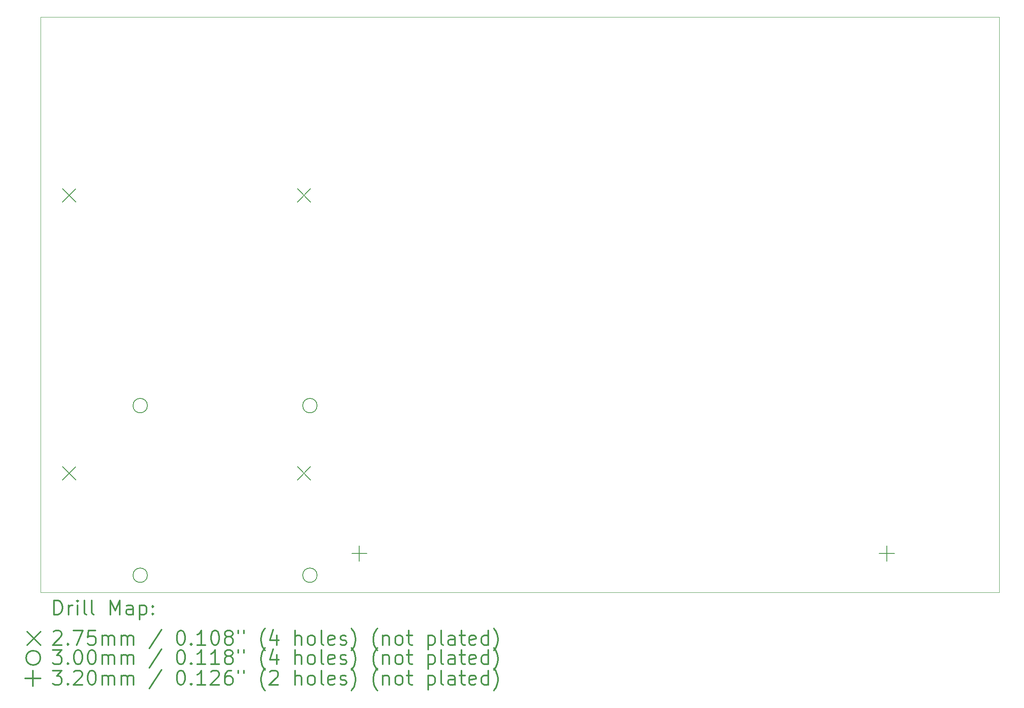
<source format=gbr>
%FSLAX45Y45*%
G04 Gerber Fmt 4.5, Leading zero omitted, Abs format (unit mm)*
G04 Created by KiCad (PCBNEW 5.1.5+dfsg1-2build2) date 2020-11-11 22:46:33*
%MOMM*%
%LPD*%
G04 APERTURE LIST*
%TA.AperFunction,Profile*%
%ADD10C,0.100000*%
%TD*%
%TA.AperFunction,Profile*%
%ADD11C,0.200000*%
%TD*%
%ADD12C,0.200000*%
%ADD13C,0.300000*%
G04 APERTURE END LIST*
D10*
X20000000Y0D02*
X20000000Y-12000000D01*
X0Y0D02*
X20000000Y0D01*
X0Y-12000000D02*
X0Y0D01*
D11*
X5765800Y-11646400D02*
G75*
G03X5765800Y-11646400I-150000J0D01*
G01*
X5765800Y-8106400D02*
G75*
G03X5765800Y-8106400I-150000J0D01*
G01*
X2225800Y-11646400D02*
G75*
G03X2225800Y-11646400I-150000J0D01*
G01*
X2225800Y-8106400D02*
G75*
G03X2225800Y-8106400I-150000J0D01*
G01*
D10*
X0Y-12000000D02*
X20000000Y-12000000D01*
D12*
X5357300Y-9382300D02*
X5632300Y-9657300D01*
X5632300Y-9382300D02*
X5357300Y-9657300D01*
X5357300Y-3582300D02*
X5632300Y-3857300D01*
X5632300Y-3582300D02*
X5357300Y-3857300D01*
X457300Y-3582300D02*
X732300Y-3857300D01*
X732300Y-3582300D02*
X457300Y-3857300D01*
X457300Y-9382300D02*
X732300Y-9657300D01*
X732300Y-9382300D02*
X457300Y-9657300D01*
X5765800Y-11646400D02*
G75*
G03X5765800Y-11646400I-150000J0D01*
G01*
X2225800Y-8106400D02*
G75*
G03X2225800Y-8106400I-150000J0D01*
G01*
X5765800Y-8106400D02*
G75*
G03X5765800Y-8106400I-150000J0D01*
G01*
X2225800Y-11646400D02*
G75*
G03X2225800Y-11646400I-150000J0D01*
G01*
X6648500Y-11031480D02*
X6648500Y-11351520D01*
X6488480Y-11191500D02*
X6808520Y-11191500D01*
X17648500Y-11031480D02*
X17648500Y-11351520D01*
X17488480Y-11191500D02*
X17808520Y-11191500D01*
D13*
X281428Y-12470714D02*
X281428Y-12170714D01*
X352857Y-12170714D01*
X395714Y-12185000D01*
X424286Y-12213571D01*
X438571Y-12242143D01*
X452857Y-12299286D01*
X452857Y-12342143D01*
X438571Y-12399286D01*
X424286Y-12427857D01*
X395714Y-12456429D01*
X352857Y-12470714D01*
X281428Y-12470714D01*
X581428Y-12470714D02*
X581428Y-12270714D01*
X581428Y-12327857D02*
X595714Y-12299286D01*
X610000Y-12285000D01*
X638571Y-12270714D01*
X667143Y-12270714D01*
X767143Y-12470714D02*
X767143Y-12270714D01*
X767143Y-12170714D02*
X752857Y-12185000D01*
X767143Y-12199286D01*
X781428Y-12185000D01*
X767143Y-12170714D01*
X767143Y-12199286D01*
X952857Y-12470714D02*
X924286Y-12456429D01*
X910000Y-12427857D01*
X910000Y-12170714D01*
X1110000Y-12470714D02*
X1081428Y-12456429D01*
X1067143Y-12427857D01*
X1067143Y-12170714D01*
X1452857Y-12470714D02*
X1452857Y-12170714D01*
X1552857Y-12385000D01*
X1652857Y-12170714D01*
X1652857Y-12470714D01*
X1924286Y-12470714D02*
X1924286Y-12313571D01*
X1910000Y-12285000D01*
X1881428Y-12270714D01*
X1824286Y-12270714D01*
X1795714Y-12285000D01*
X1924286Y-12456429D02*
X1895714Y-12470714D01*
X1824286Y-12470714D01*
X1795714Y-12456429D01*
X1781428Y-12427857D01*
X1781428Y-12399286D01*
X1795714Y-12370714D01*
X1824286Y-12356429D01*
X1895714Y-12356429D01*
X1924286Y-12342143D01*
X2067143Y-12270714D02*
X2067143Y-12570714D01*
X2067143Y-12285000D02*
X2095714Y-12270714D01*
X2152857Y-12270714D01*
X2181428Y-12285000D01*
X2195714Y-12299286D01*
X2210000Y-12327857D01*
X2210000Y-12413571D01*
X2195714Y-12442143D01*
X2181428Y-12456429D01*
X2152857Y-12470714D01*
X2095714Y-12470714D01*
X2067143Y-12456429D01*
X2338571Y-12442143D02*
X2352857Y-12456429D01*
X2338571Y-12470714D01*
X2324286Y-12456429D01*
X2338571Y-12442143D01*
X2338571Y-12470714D01*
X2338571Y-12285000D02*
X2352857Y-12299286D01*
X2338571Y-12313571D01*
X2324286Y-12299286D01*
X2338571Y-12285000D01*
X2338571Y-12313571D01*
X-280000Y-12827500D02*
X-5000Y-13102500D01*
X-5000Y-12827500D02*
X-280000Y-13102500D01*
X267143Y-12829286D02*
X281428Y-12815000D01*
X310000Y-12800714D01*
X381428Y-12800714D01*
X410000Y-12815000D01*
X424286Y-12829286D01*
X438571Y-12857857D01*
X438571Y-12886429D01*
X424286Y-12929286D01*
X252857Y-13100714D01*
X438571Y-13100714D01*
X567143Y-13072143D02*
X581428Y-13086429D01*
X567143Y-13100714D01*
X552857Y-13086429D01*
X567143Y-13072143D01*
X567143Y-13100714D01*
X681428Y-12800714D02*
X881428Y-12800714D01*
X752857Y-13100714D01*
X1138571Y-12800714D02*
X995714Y-12800714D01*
X981428Y-12943571D01*
X995714Y-12929286D01*
X1024286Y-12915000D01*
X1095714Y-12915000D01*
X1124286Y-12929286D01*
X1138571Y-12943571D01*
X1152857Y-12972143D01*
X1152857Y-13043571D01*
X1138571Y-13072143D01*
X1124286Y-13086429D01*
X1095714Y-13100714D01*
X1024286Y-13100714D01*
X995714Y-13086429D01*
X981428Y-13072143D01*
X1281428Y-13100714D02*
X1281428Y-12900714D01*
X1281428Y-12929286D02*
X1295714Y-12915000D01*
X1324286Y-12900714D01*
X1367143Y-12900714D01*
X1395714Y-12915000D01*
X1410000Y-12943571D01*
X1410000Y-13100714D01*
X1410000Y-12943571D02*
X1424286Y-12915000D01*
X1452857Y-12900714D01*
X1495714Y-12900714D01*
X1524286Y-12915000D01*
X1538571Y-12943571D01*
X1538571Y-13100714D01*
X1681428Y-13100714D02*
X1681428Y-12900714D01*
X1681428Y-12929286D02*
X1695714Y-12915000D01*
X1724286Y-12900714D01*
X1767143Y-12900714D01*
X1795714Y-12915000D01*
X1810000Y-12943571D01*
X1810000Y-13100714D01*
X1810000Y-12943571D02*
X1824286Y-12915000D01*
X1852857Y-12900714D01*
X1895714Y-12900714D01*
X1924286Y-12915000D01*
X1938571Y-12943571D01*
X1938571Y-13100714D01*
X2524286Y-12786429D02*
X2267143Y-13172143D01*
X2910000Y-12800714D02*
X2938571Y-12800714D01*
X2967143Y-12815000D01*
X2981428Y-12829286D01*
X2995714Y-12857857D01*
X3010000Y-12915000D01*
X3010000Y-12986429D01*
X2995714Y-13043571D01*
X2981428Y-13072143D01*
X2967143Y-13086429D01*
X2938571Y-13100714D01*
X2910000Y-13100714D01*
X2881428Y-13086429D01*
X2867143Y-13072143D01*
X2852857Y-13043571D01*
X2838571Y-12986429D01*
X2838571Y-12915000D01*
X2852857Y-12857857D01*
X2867143Y-12829286D01*
X2881428Y-12815000D01*
X2910000Y-12800714D01*
X3138571Y-13072143D02*
X3152857Y-13086429D01*
X3138571Y-13100714D01*
X3124286Y-13086429D01*
X3138571Y-13072143D01*
X3138571Y-13100714D01*
X3438571Y-13100714D02*
X3267143Y-13100714D01*
X3352857Y-13100714D02*
X3352857Y-12800714D01*
X3324286Y-12843571D01*
X3295714Y-12872143D01*
X3267143Y-12886429D01*
X3624286Y-12800714D02*
X3652857Y-12800714D01*
X3681428Y-12815000D01*
X3695714Y-12829286D01*
X3710000Y-12857857D01*
X3724286Y-12915000D01*
X3724286Y-12986429D01*
X3710000Y-13043571D01*
X3695714Y-13072143D01*
X3681428Y-13086429D01*
X3652857Y-13100714D01*
X3624286Y-13100714D01*
X3595714Y-13086429D01*
X3581428Y-13072143D01*
X3567143Y-13043571D01*
X3552857Y-12986429D01*
X3552857Y-12915000D01*
X3567143Y-12857857D01*
X3581428Y-12829286D01*
X3595714Y-12815000D01*
X3624286Y-12800714D01*
X3895714Y-12929286D02*
X3867143Y-12915000D01*
X3852857Y-12900714D01*
X3838571Y-12872143D01*
X3838571Y-12857857D01*
X3852857Y-12829286D01*
X3867143Y-12815000D01*
X3895714Y-12800714D01*
X3952857Y-12800714D01*
X3981428Y-12815000D01*
X3995714Y-12829286D01*
X4010000Y-12857857D01*
X4010000Y-12872143D01*
X3995714Y-12900714D01*
X3981428Y-12915000D01*
X3952857Y-12929286D01*
X3895714Y-12929286D01*
X3867143Y-12943571D01*
X3852857Y-12957857D01*
X3838571Y-12986429D01*
X3838571Y-13043571D01*
X3852857Y-13072143D01*
X3867143Y-13086429D01*
X3895714Y-13100714D01*
X3952857Y-13100714D01*
X3981428Y-13086429D01*
X3995714Y-13072143D01*
X4010000Y-13043571D01*
X4010000Y-12986429D01*
X3995714Y-12957857D01*
X3981428Y-12943571D01*
X3952857Y-12929286D01*
X4124286Y-12800714D02*
X4124286Y-12857857D01*
X4238571Y-12800714D02*
X4238571Y-12857857D01*
X4681428Y-13215000D02*
X4667143Y-13200714D01*
X4638571Y-13157857D01*
X4624286Y-13129286D01*
X4610000Y-13086429D01*
X4595714Y-13015000D01*
X4595714Y-12957857D01*
X4610000Y-12886429D01*
X4624286Y-12843571D01*
X4638571Y-12815000D01*
X4667143Y-12772143D01*
X4681428Y-12757857D01*
X4924286Y-12900714D02*
X4924286Y-13100714D01*
X4852857Y-12786429D02*
X4781428Y-13000714D01*
X4967143Y-13000714D01*
X5310000Y-13100714D02*
X5310000Y-12800714D01*
X5438571Y-13100714D02*
X5438571Y-12943571D01*
X5424286Y-12915000D01*
X5395714Y-12900714D01*
X5352857Y-12900714D01*
X5324286Y-12915000D01*
X5310000Y-12929286D01*
X5624286Y-13100714D02*
X5595714Y-13086429D01*
X5581428Y-13072143D01*
X5567143Y-13043571D01*
X5567143Y-12957857D01*
X5581428Y-12929286D01*
X5595714Y-12915000D01*
X5624286Y-12900714D01*
X5667143Y-12900714D01*
X5695714Y-12915000D01*
X5710000Y-12929286D01*
X5724286Y-12957857D01*
X5724286Y-13043571D01*
X5710000Y-13072143D01*
X5695714Y-13086429D01*
X5667143Y-13100714D01*
X5624286Y-13100714D01*
X5895714Y-13100714D02*
X5867143Y-13086429D01*
X5852857Y-13057857D01*
X5852857Y-12800714D01*
X6124286Y-13086429D02*
X6095714Y-13100714D01*
X6038571Y-13100714D01*
X6010000Y-13086429D01*
X5995714Y-13057857D01*
X5995714Y-12943571D01*
X6010000Y-12915000D01*
X6038571Y-12900714D01*
X6095714Y-12900714D01*
X6124286Y-12915000D01*
X6138571Y-12943571D01*
X6138571Y-12972143D01*
X5995714Y-13000714D01*
X6252857Y-13086429D02*
X6281428Y-13100714D01*
X6338571Y-13100714D01*
X6367143Y-13086429D01*
X6381428Y-13057857D01*
X6381428Y-13043571D01*
X6367143Y-13015000D01*
X6338571Y-13000714D01*
X6295714Y-13000714D01*
X6267143Y-12986429D01*
X6252857Y-12957857D01*
X6252857Y-12943571D01*
X6267143Y-12915000D01*
X6295714Y-12900714D01*
X6338571Y-12900714D01*
X6367143Y-12915000D01*
X6481428Y-13215000D02*
X6495714Y-13200714D01*
X6524286Y-13157857D01*
X6538571Y-13129286D01*
X6552857Y-13086429D01*
X6567143Y-13015000D01*
X6567143Y-12957857D01*
X6552857Y-12886429D01*
X6538571Y-12843571D01*
X6524286Y-12815000D01*
X6495714Y-12772143D01*
X6481428Y-12757857D01*
X7024286Y-13215000D02*
X7010000Y-13200714D01*
X6981428Y-13157857D01*
X6967143Y-13129286D01*
X6952857Y-13086429D01*
X6938571Y-13015000D01*
X6938571Y-12957857D01*
X6952857Y-12886429D01*
X6967143Y-12843571D01*
X6981428Y-12815000D01*
X7010000Y-12772143D01*
X7024286Y-12757857D01*
X7138571Y-12900714D02*
X7138571Y-13100714D01*
X7138571Y-12929286D02*
X7152857Y-12915000D01*
X7181428Y-12900714D01*
X7224286Y-12900714D01*
X7252857Y-12915000D01*
X7267143Y-12943571D01*
X7267143Y-13100714D01*
X7452857Y-13100714D02*
X7424286Y-13086429D01*
X7410000Y-13072143D01*
X7395714Y-13043571D01*
X7395714Y-12957857D01*
X7410000Y-12929286D01*
X7424286Y-12915000D01*
X7452857Y-12900714D01*
X7495714Y-12900714D01*
X7524286Y-12915000D01*
X7538571Y-12929286D01*
X7552857Y-12957857D01*
X7552857Y-13043571D01*
X7538571Y-13072143D01*
X7524286Y-13086429D01*
X7495714Y-13100714D01*
X7452857Y-13100714D01*
X7638571Y-12900714D02*
X7752857Y-12900714D01*
X7681428Y-12800714D02*
X7681428Y-13057857D01*
X7695714Y-13086429D01*
X7724286Y-13100714D01*
X7752857Y-13100714D01*
X8081428Y-12900714D02*
X8081428Y-13200714D01*
X8081428Y-12915000D02*
X8110000Y-12900714D01*
X8167143Y-12900714D01*
X8195714Y-12915000D01*
X8210000Y-12929286D01*
X8224286Y-12957857D01*
X8224286Y-13043571D01*
X8210000Y-13072143D01*
X8195714Y-13086429D01*
X8167143Y-13100714D01*
X8110000Y-13100714D01*
X8081428Y-13086429D01*
X8395714Y-13100714D02*
X8367143Y-13086429D01*
X8352857Y-13057857D01*
X8352857Y-12800714D01*
X8638571Y-13100714D02*
X8638571Y-12943571D01*
X8624286Y-12915000D01*
X8595714Y-12900714D01*
X8538571Y-12900714D01*
X8510000Y-12915000D01*
X8638571Y-13086429D02*
X8610000Y-13100714D01*
X8538571Y-13100714D01*
X8510000Y-13086429D01*
X8495714Y-13057857D01*
X8495714Y-13029286D01*
X8510000Y-13000714D01*
X8538571Y-12986429D01*
X8610000Y-12986429D01*
X8638571Y-12972143D01*
X8738571Y-12900714D02*
X8852857Y-12900714D01*
X8781428Y-12800714D02*
X8781428Y-13057857D01*
X8795714Y-13086429D01*
X8824286Y-13100714D01*
X8852857Y-13100714D01*
X9067143Y-13086429D02*
X9038571Y-13100714D01*
X8981428Y-13100714D01*
X8952857Y-13086429D01*
X8938571Y-13057857D01*
X8938571Y-12943571D01*
X8952857Y-12915000D01*
X8981428Y-12900714D01*
X9038571Y-12900714D01*
X9067143Y-12915000D01*
X9081428Y-12943571D01*
X9081428Y-12972143D01*
X8938571Y-13000714D01*
X9338571Y-13100714D02*
X9338571Y-12800714D01*
X9338571Y-13086429D02*
X9310000Y-13100714D01*
X9252857Y-13100714D01*
X9224286Y-13086429D01*
X9210000Y-13072143D01*
X9195714Y-13043571D01*
X9195714Y-12957857D01*
X9210000Y-12929286D01*
X9224286Y-12915000D01*
X9252857Y-12900714D01*
X9310000Y-12900714D01*
X9338571Y-12915000D01*
X9452857Y-13215000D02*
X9467143Y-13200714D01*
X9495714Y-13157857D01*
X9510000Y-13129286D01*
X9524286Y-13086429D01*
X9538571Y-13015000D01*
X9538571Y-12957857D01*
X9524286Y-12886429D01*
X9510000Y-12843571D01*
X9495714Y-12815000D01*
X9467143Y-12772143D01*
X9452857Y-12757857D01*
X-5000Y-13370000D02*
G75*
G03X-5000Y-13370000I-150000J0D01*
G01*
X252857Y-13205714D02*
X438571Y-13205714D01*
X338571Y-13320000D01*
X381428Y-13320000D01*
X410000Y-13334286D01*
X424286Y-13348571D01*
X438571Y-13377143D01*
X438571Y-13448571D01*
X424286Y-13477143D01*
X410000Y-13491429D01*
X381428Y-13505714D01*
X295714Y-13505714D01*
X267143Y-13491429D01*
X252857Y-13477143D01*
X567143Y-13477143D02*
X581428Y-13491429D01*
X567143Y-13505714D01*
X552857Y-13491429D01*
X567143Y-13477143D01*
X567143Y-13505714D01*
X767143Y-13205714D02*
X795714Y-13205714D01*
X824286Y-13220000D01*
X838571Y-13234286D01*
X852857Y-13262857D01*
X867143Y-13320000D01*
X867143Y-13391429D01*
X852857Y-13448571D01*
X838571Y-13477143D01*
X824286Y-13491429D01*
X795714Y-13505714D01*
X767143Y-13505714D01*
X738571Y-13491429D01*
X724286Y-13477143D01*
X710000Y-13448571D01*
X695714Y-13391429D01*
X695714Y-13320000D01*
X710000Y-13262857D01*
X724286Y-13234286D01*
X738571Y-13220000D01*
X767143Y-13205714D01*
X1052857Y-13205714D02*
X1081428Y-13205714D01*
X1110000Y-13220000D01*
X1124286Y-13234286D01*
X1138571Y-13262857D01*
X1152857Y-13320000D01*
X1152857Y-13391429D01*
X1138571Y-13448571D01*
X1124286Y-13477143D01*
X1110000Y-13491429D01*
X1081428Y-13505714D01*
X1052857Y-13505714D01*
X1024286Y-13491429D01*
X1010000Y-13477143D01*
X995714Y-13448571D01*
X981428Y-13391429D01*
X981428Y-13320000D01*
X995714Y-13262857D01*
X1010000Y-13234286D01*
X1024286Y-13220000D01*
X1052857Y-13205714D01*
X1281428Y-13505714D02*
X1281428Y-13305714D01*
X1281428Y-13334286D02*
X1295714Y-13320000D01*
X1324286Y-13305714D01*
X1367143Y-13305714D01*
X1395714Y-13320000D01*
X1410000Y-13348571D01*
X1410000Y-13505714D01*
X1410000Y-13348571D02*
X1424286Y-13320000D01*
X1452857Y-13305714D01*
X1495714Y-13305714D01*
X1524286Y-13320000D01*
X1538571Y-13348571D01*
X1538571Y-13505714D01*
X1681428Y-13505714D02*
X1681428Y-13305714D01*
X1681428Y-13334286D02*
X1695714Y-13320000D01*
X1724286Y-13305714D01*
X1767143Y-13305714D01*
X1795714Y-13320000D01*
X1810000Y-13348571D01*
X1810000Y-13505714D01*
X1810000Y-13348571D02*
X1824286Y-13320000D01*
X1852857Y-13305714D01*
X1895714Y-13305714D01*
X1924286Y-13320000D01*
X1938571Y-13348571D01*
X1938571Y-13505714D01*
X2524286Y-13191429D02*
X2267143Y-13577143D01*
X2910000Y-13205714D02*
X2938571Y-13205714D01*
X2967143Y-13220000D01*
X2981428Y-13234286D01*
X2995714Y-13262857D01*
X3010000Y-13320000D01*
X3010000Y-13391429D01*
X2995714Y-13448571D01*
X2981428Y-13477143D01*
X2967143Y-13491429D01*
X2938571Y-13505714D01*
X2910000Y-13505714D01*
X2881428Y-13491429D01*
X2867143Y-13477143D01*
X2852857Y-13448571D01*
X2838571Y-13391429D01*
X2838571Y-13320000D01*
X2852857Y-13262857D01*
X2867143Y-13234286D01*
X2881428Y-13220000D01*
X2910000Y-13205714D01*
X3138571Y-13477143D02*
X3152857Y-13491429D01*
X3138571Y-13505714D01*
X3124286Y-13491429D01*
X3138571Y-13477143D01*
X3138571Y-13505714D01*
X3438571Y-13505714D02*
X3267143Y-13505714D01*
X3352857Y-13505714D02*
X3352857Y-13205714D01*
X3324286Y-13248571D01*
X3295714Y-13277143D01*
X3267143Y-13291429D01*
X3724286Y-13505714D02*
X3552857Y-13505714D01*
X3638571Y-13505714D02*
X3638571Y-13205714D01*
X3610000Y-13248571D01*
X3581428Y-13277143D01*
X3552857Y-13291429D01*
X3895714Y-13334286D02*
X3867143Y-13320000D01*
X3852857Y-13305714D01*
X3838571Y-13277143D01*
X3838571Y-13262857D01*
X3852857Y-13234286D01*
X3867143Y-13220000D01*
X3895714Y-13205714D01*
X3952857Y-13205714D01*
X3981428Y-13220000D01*
X3995714Y-13234286D01*
X4010000Y-13262857D01*
X4010000Y-13277143D01*
X3995714Y-13305714D01*
X3981428Y-13320000D01*
X3952857Y-13334286D01*
X3895714Y-13334286D01*
X3867143Y-13348571D01*
X3852857Y-13362857D01*
X3838571Y-13391429D01*
X3838571Y-13448571D01*
X3852857Y-13477143D01*
X3867143Y-13491429D01*
X3895714Y-13505714D01*
X3952857Y-13505714D01*
X3981428Y-13491429D01*
X3995714Y-13477143D01*
X4010000Y-13448571D01*
X4010000Y-13391429D01*
X3995714Y-13362857D01*
X3981428Y-13348571D01*
X3952857Y-13334286D01*
X4124286Y-13205714D02*
X4124286Y-13262857D01*
X4238571Y-13205714D02*
X4238571Y-13262857D01*
X4681428Y-13620000D02*
X4667143Y-13605714D01*
X4638571Y-13562857D01*
X4624286Y-13534286D01*
X4610000Y-13491429D01*
X4595714Y-13420000D01*
X4595714Y-13362857D01*
X4610000Y-13291429D01*
X4624286Y-13248571D01*
X4638571Y-13220000D01*
X4667143Y-13177143D01*
X4681428Y-13162857D01*
X4924286Y-13305714D02*
X4924286Y-13505714D01*
X4852857Y-13191429D02*
X4781428Y-13405714D01*
X4967143Y-13405714D01*
X5310000Y-13505714D02*
X5310000Y-13205714D01*
X5438571Y-13505714D02*
X5438571Y-13348571D01*
X5424286Y-13320000D01*
X5395714Y-13305714D01*
X5352857Y-13305714D01*
X5324286Y-13320000D01*
X5310000Y-13334286D01*
X5624286Y-13505714D02*
X5595714Y-13491429D01*
X5581428Y-13477143D01*
X5567143Y-13448571D01*
X5567143Y-13362857D01*
X5581428Y-13334286D01*
X5595714Y-13320000D01*
X5624286Y-13305714D01*
X5667143Y-13305714D01*
X5695714Y-13320000D01*
X5710000Y-13334286D01*
X5724286Y-13362857D01*
X5724286Y-13448571D01*
X5710000Y-13477143D01*
X5695714Y-13491429D01*
X5667143Y-13505714D01*
X5624286Y-13505714D01*
X5895714Y-13505714D02*
X5867143Y-13491429D01*
X5852857Y-13462857D01*
X5852857Y-13205714D01*
X6124286Y-13491429D02*
X6095714Y-13505714D01*
X6038571Y-13505714D01*
X6010000Y-13491429D01*
X5995714Y-13462857D01*
X5995714Y-13348571D01*
X6010000Y-13320000D01*
X6038571Y-13305714D01*
X6095714Y-13305714D01*
X6124286Y-13320000D01*
X6138571Y-13348571D01*
X6138571Y-13377143D01*
X5995714Y-13405714D01*
X6252857Y-13491429D02*
X6281428Y-13505714D01*
X6338571Y-13505714D01*
X6367143Y-13491429D01*
X6381428Y-13462857D01*
X6381428Y-13448571D01*
X6367143Y-13420000D01*
X6338571Y-13405714D01*
X6295714Y-13405714D01*
X6267143Y-13391429D01*
X6252857Y-13362857D01*
X6252857Y-13348571D01*
X6267143Y-13320000D01*
X6295714Y-13305714D01*
X6338571Y-13305714D01*
X6367143Y-13320000D01*
X6481428Y-13620000D02*
X6495714Y-13605714D01*
X6524286Y-13562857D01*
X6538571Y-13534286D01*
X6552857Y-13491429D01*
X6567143Y-13420000D01*
X6567143Y-13362857D01*
X6552857Y-13291429D01*
X6538571Y-13248571D01*
X6524286Y-13220000D01*
X6495714Y-13177143D01*
X6481428Y-13162857D01*
X7024286Y-13620000D02*
X7010000Y-13605714D01*
X6981428Y-13562857D01*
X6967143Y-13534286D01*
X6952857Y-13491429D01*
X6938571Y-13420000D01*
X6938571Y-13362857D01*
X6952857Y-13291429D01*
X6967143Y-13248571D01*
X6981428Y-13220000D01*
X7010000Y-13177143D01*
X7024286Y-13162857D01*
X7138571Y-13305714D02*
X7138571Y-13505714D01*
X7138571Y-13334286D02*
X7152857Y-13320000D01*
X7181428Y-13305714D01*
X7224286Y-13305714D01*
X7252857Y-13320000D01*
X7267143Y-13348571D01*
X7267143Y-13505714D01*
X7452857Y-13505714D02*
X7424286Y-13491429D01*
X7410000Y-13477143D01*
X7395714Y-13448571D01*
X7395714Y-13362857D01*
X7410000Y-13334286D01*
X7424286Y-13320000D01*
X7452857Y-13305714D01*
X7495714Y-13305714D01*
X7524286Y-13320000D01*
X7538571Y-13334286D01*
X7552857Y-13362857D01*
X7552857Y-13448571D01*
X7538571Y-13477143D01*
X7524286Y-13491429D01*
X7495714Y-13505714D01*
X7452857Y-13505714D01*
X7638571Y-13305714D02*
X7752857Y-13305714D01*
X7681428Y-13205714D02*
X7681428Y-13462857D01*
X7695714Y-13491429D01*
X7724286Y-13505714D01*
X7752857Y-13505714D01*
X8081428Y-13305714D02*
X8081428Y-13605714D01*
X8081428Y-13320000D02*
X8110000Y-13305714D01*
X8167143Y-13305714D01*
X8195714Y-13320000D01*
X8210000Y-13334286D01*
X8224286Y-13362857D01*
X8224286Y-13448571D01*
X8210000Y-13477143D01*
X8195714Y-13491429D01*
X8167143Y-13505714D01*
X8110000Y-13505714D01*
X8081428Y-13491429D01*
X8395714Y-13505714D02*
X8367143Y-13491429D01*
X8352857Y-13462857D01*
X8352857Y-13205714D01*
X8638571Y-13505714D02*
X8638571Y-13348571D01*
X8624286Y-13320000D01*
X8595714Y-13305714D01*
X8538571Y-13305714D01*
X8510000Y-13320000D01*
X8638571Y-13491429D02*
X8610000Y-13505714D01*
X8538571Y-13505714D01*
X8510000Y-13491429D01*
X8495714Y-13462857D01*
X8495714Y-13434286D01*
X8510000Y-13405714D01*
X8538571Y-13391429D01*
X8610000Y-13391429D01*
X8638571Y-13377143D01*
X8738571Y-13305714D02*
X8852857Y-13305714D01*
X8781428Y-13205714D02*
X8781428Y-13462857D01*
X8795714Y-13491429D01*
X8824286Y-13505714D01*
X8852857Y-13505714D01*
X9067143Y-13491429D02*
X9038571Y-13505714D01*
X8981428Y-13505714D01*
X8952857Y-13491429D01*
X8938571Y-13462857D01*
X8938571Y-13348571D01*
X8952857Y-13320000D01*
X8981428Y-13305714D01*
X9038571Y-13305714D01*
X9067143Y-13320000D01*
X9081428Y-13348571D01*
X9081428Y-13377143D01*
X8938571Y-13405714D01*
X9338571Y-13505714D02*
X9338571Y-13205714D01*
X9338571Y-13491429D02*
X9310000Y-13505714D01*
X9252857Y-13505714D01*
X9224286Y-13491429D01*
X9210000Y-13477143D01*
X9195714Y-13448571D01*
X9195714Y-13362857D01*
X9210000Y-13334286D01*
X9224286Y-13320000D01*
X9252857Y-13305714D01*
X9310000Y-13305714D01*
X9338571Y-13320000D01*
X9452857Y-13620000D02*
X9467143Y-13605714D01*
X9495714Y-13562857D01*
X9510000Y-13534286D01*
X9524286Y-13491429D01*
X9538571Y-13420000D01*
X9538571Y-13362857D01*
X9524286Y-13291429D01*
X9510000Y-13248571D01*
X9495714Y-13220000D01*
X9467143Y-13177143D01*
X9452857Y-13162857D01*
X-165020Y-13639980D02*
X-165020Y-13960020D01*
X-325040Y-13800000D02*
X-5000Y-13800000D01*
X252857Y-13635714D02*
X438571Y-13635714D01*
X338571Y-13750000D01*
X381428Y-13750000D01*
X410000Y-13764286D01*
X424286Y-13778571D01*
X438571Y-13807143D01*
X438571Y-13878571D01*
X424286Y-13907143D01*
X410000Y-13921429D01*
X381428Y-13935714D01*
X295714Y-13935714D01*
X267143Y-13921429D01*
X252857Y-13907143D01*
X567143Y-13907143D02*
X581428Y-13921429D01*
X567143Y-13935714D01*
X552857Y-13921429D01*
X567143Y-13907143D01*
X567143Y-13935714D01*
X695714Y-13664286D02*
X710000Y-13650000D01*
X738571Y-13635714D01*
X810000Y-13635714D01*
X838571Y-13650000D01*
X852857Y-13664286D01*
X867143Y-13692857D01*
X867143Y-13721429D01*
X852857Y-13764286D01*
X681428Y-13935714D01*
X867143Y-13935714D01*
X1052857Y-13635714D02*
X1081428Y-13635714D01*
X1110000Y-13650000D01*
X1124286Y-13664286D01*
X1138571Y-13692857D01*
X1152857Y-13750000D01*
X1152857Y-13821429D01*
X1138571Y-13878571D01*
X1124286Y-13907143D01*
X1110000Y-13921429D01*
X1081428Y-13935714D01*
X1052857Y-13935714D01*
X1024286Y-13921429D01*
X1010000Y-13907143D01*
X995714Y-13878571D01*
X981428Y-13821429D01*
X981428Y-13750000D01*
X995714Y-13692857D01*
X1010000Y-13664286D01*
X1024286Y-13650000D01*
X1052857Y-13635714D01*
X1281428Y-13935714D02*
X1281428Y-13735714D01*
X1281428Y-13764286D02*
X1295714Y-13750000D01*
X1324286Y-13735714D01*
X1367143Y-13735714D01*
X1395714Y-13750000D01*
X1410000Y-13778571D01*
X1410000Y-13935714D01*
X1410000Y-13778571D02*
X1424286Y-13750000D01*
X1452857Y-13735714D01*
X1495714Y-13735714D01*
X1524286Y-13750000D01*
X1538571Y-13778571D01*
X1538571Y-13935714D01*
X1681428Y-13935714D02*
X1681428Y-13735714D01*
X1681428Y-13764286D02*
X1695714Y-13750000D01*
X1724286Y-13735714D01*
X1767143Y-13735714D01*
X1795714Y-13750000D01*
X1810000Y-13778571D01*
X1810000Y-13935714D01*
X1810000Y-13778571D02*
X1824286Y-13750000D01*
X1852857Y-13735714D01*
X1895714Y-13735714D01*
X1924286Y-13750000D01*
X1938571Y-13778571D01*
X1938571Y-13935714D01*
X2524286Y-13621429D02*
X2267143Y-14007143D01*
X2910000Y-13635714D02*
X2938571Y-13635714D01*
X2967143Y-13650000D01*
X2981428Y-13664286D01*
X2995714Y-13692857D01*
X3010000Y-13750000D01*
X3010000Y-13821429D01*
X2995714Y-13878571D01*
X2981428Y-13907143D01*
X2967143Y-13921429D01*
X2938571Y-13935714D01*
X2910000Y-13935714D01*
X2881428Y-13921429D01*
X2867143Y-13907143D01*
X2852857Y-13878571D01*
X2838571Y-13821429D01*
X2838571Y-13750000D01*
X2852857Y-13692857D01*
X2867143Y-13664286D01*
X2881428Y-13650000D01*
X2910000Y-13635714D01*
X3138571Y-13907143D02*
X3152857Y-13921429D01*
X3138571Y-13935714D01*
X3124286Y-13921429D01*
X3138571Y-13907143D01*
X3138571Y-13935714D01*
X3438571Y-13935714D02*
X3267143Y-13935714D01*
X3352857Y-13935714D02*
X3352857Y-13635714D01*
X3324286Y-13678571D01*
X3295714Y-13707143D01*
X3267143Y-13721429D01*
X3552857Y-13664286D02*
X3567143Y-13650000D01*
X3595714Y-13635714D01*
X3667143Y-13635714D01*
X3695714Y-13650000D01*
X3710000Y-13664286D01*
X3724286Y-13692857D01*
X3724286Y-13721429D01*
X3710000Y-13764286D01*
X3538571Y-13935714D01*
X3724286Y-13935714D01*
X3981428Y-13635714D02*
X3924286Y-13635714D01*
X3895714Y-13650000D01*
X3881428Y-13664286D01*
X3852857Y-13707143D01*
X3838571Y-13764286D01*
X3838571Y-13878571D01*
X3852857Y-13907143D01*
X3867143Y-13921429D01*
X3895714Y-13935714D01*
X3952857Y-13935714D01*
X3981428Y-13921429D01*
X3995714Y-13907143D01*
X4010000Y-13878571D01*
X4010000Y-13807143D01*
X3995714Y-13778571D01*
X3981428Y-13764286D01*
X3952857Y-13750000D01*
X3895714Y-13750000D01*
X3867143Y-13764286D01*
X3852857Y-13778571D01*
X3838571Y-13807143D01*
X4124286Y-13635714D02*
X4124286Y-13692857D01*
X4238571Y-13635714D02*
X4238571Y-13692857D01*
X4681428Y-14050000D02*
X4667143Y-14035714D01*
X4638571Y-13992857D01*
X4624286Y-13964286D01*
X4610000Y-13921429D01*
X4595714Y-13850000D01*
X4595714Y-13792857D01*
X4610000Y-13721429D01*
X4624286Y-13678571D01*
X4638571Y-13650000D01*
X4667143Y-13607143D01*
X4681428Y-13592857D01*
X4781428Y-13664286D02*
X4795714Y-13650000D01*
X4824286Y-13635714D01*
X4895714Y-13635714D01*
X4924286Y-13650000D01*
X4938571Y-13664286D01*
X4952857Y-13692857D01*
X4952857Y-13721429D01*
X4938571Y-13764286D01*
X4767143Y-13935714D01*
X4952857Y-13935714D01*
X5310000Y-13935714D02*
X5310000Y-13635714D01*
X5438571Y-13935714D02*
X5438571Y-13778571D01*
X5424286Y-13750000D01*
X5395714Y-13735714D01*
X5352857Y-13735714D01*
X5324286Y-13750000D01*
X5310000Y-13764286D01*
X5624286Y-13935714D02*
X5595714Y-13921429D01*
X5581428Y-13907143D01*
X5567143Y-13878571D01*
X5567143Y-13792857D01*
X5581428Y-13764286D01*
X5595714Y-13750000D01*
X5624286Y-13735714D01*
X5667143Y-13735714D01*
X5695714Y-13750000D01*
X5710000Y-13764286D01*
X5724286Y-13792857D01*
X5724286Y-13878571D01*
X5710000Y-13907143D01*
X5695714Y-13921429D01*
X5667143Y-13935714D01*
X5624286Y-13935714D01*
X5895714Y-13935714D02*
X5867143Y-13921429D01*
X5852857Y-13892857D01*
X5852857Y-13635714D01*
X6124286Y-13921429D02*
X6095714Y-13935714D01*
X6038571Y-13935714D01*
X6010000Y-13921429D01*
X5995714Y-13892857D01*
X5995714Y-13778571D01*
X6010000Y-13750000D01*
X6038571Y-13735714D01*
X6095714Y-13735714D01*
X6124286Y-13750000D01*
X6138571Y-13778571D01*
X6138571Y-13807143D01*
X5995714Y-13835714D01*
X6252857Y-13921429D02*
X6281428Y-13935714D01*
X6338571Y-13935714D01*
X6367143Y-13921429D01*
X6381428Y-13892857D01*
X6381428Y-13878571D01*
X6367143Y-13850000D01*
X6338571Y-13835714D01*
X6295714Y-13835714D01*
X6267143Y-13821429D01*
X6252857Y-13792857D01*
X6252857Y-13778571D01*
X6267143Y-13750000D01*
X6295714Y-13735714D01*
X6338571Y-13735714D01*
X6367143Y-13750000D01*
X6481428Y-14050000D02*
X6495714Y-14035714D01*
X6524286Y-13992857D01*
X6538571Y-13964286D01*
X6552857Y-13921429D01*
X6567143Y-13850000D01*
X6567143Y-13792857D01*
X6552857Y-13721429D01*
X6538571Y-13678571D01*
X6524286Y-13650000D01*
X6495714Y-13607143D01*
X6481428Y-13592857D01*
X7024286Y-14050000D02*
X7010000Y-14035714D01*
X6981428Y-13992857D01*
X6967143Y-13964286D01*
X6952857Y-13921429D01*
X6938571Y-13850000D01*
X6938571Y-13792857D01*
X6952857Y-13721429D01*
X6967143Y-13678571D01*
X6981428Y-13650000D01*
X7010000Y-13607143D01*
X7024286Y-13592857D01*
X7138571Y-13735714D02*
X7138571Y-13935714D01*
X7138571Y-13764286D02*
X7152857Y-13750000D01*
X7181428Y-13735714D01*
X7224286Y-13735714D01*
X7252857Y-13750000D01*
X7267143Y-13778571D01*
X7267143Y-13935714D01*
X7452857Y-13935714D02*
X7424286Y-13921429D01*
X7410000Y-13907143D01*
X7395714Y-13878571D01*
X7395714Y-13792857D01*
X7410000Y-13764286D01*
X7424286Y-13750000D01*
X7452857Y-13735714D01*
X7495714Y-13735714D01*
X7524286Y-13750000D01*
X7538571Y-13764286D01*
X7552857Y-13792857D01*
X7552857Y-13878571D01*
X7538571Y-13907143D01*
X7524286Y-13921429D01*
X7495714Y-13935714D01*
X7452857Y-13935714D01*
X7638571Y-13735714D02*
X7752857Y-13735714D01*
X7681428Y-13635714D02*
X7681428Y-13892857D01*
X7695714Y-13921429D01*
X7724286Y-13935714D01*
X7752857Y-13935714D01*
X8081428Y-13735714D02*
X8081428Y-14035714D01*
X8081428Y-13750000D02*
X8110000Y-13735714D01*
X8167143Y-13735714D01*
X8195714Y-13750000D01*
X8210000Y-13764286D01*
X8224286Y-13792857D01*
X8224286Y-13878571D01*
X8210000Y-13907143D01*
X8195714Y-13921429D01*
X8167143Y-13935714D01*
X8110000Y-13935714D01*
X8081428Y-13921429D01*
X8395714Y-13935714D02*
X8367143Y-13921429D01*
X8352857Y-13892857D01*
X8352857Y-13635714D01*
X8638571Y-13935714D02*
X8638571Y-13778571D01*
X8624286Y-13750000D01*
X8595714Y-13735714D01*
X8538571Y-13735714D01*
X8510000Y-13750000D01*
X8638571Y-13921429D02*
X8610000Y-13935714D01*
X8538571Y-13935714D01*
X8510000Y-13921429D01*
X8495714Y-13892857D01*
X8495714Y-13864286D01*
X8510000Y-13835714D01*
X8538571Y-13821429D01*
X8610000Y-13821429D01*
X8638571Y-13807143D01*
X8738571Y-13735714D02*
X8852857Y-13735714D01*
X8781428Y-13635714D02*
X8781428Y-13892857D01*
X8795714Y-13921429D01*
X8824286Y-13935714D01*
X8852857Y-13935714D01*
X9067143Y-13921429D02*
X9038571Y-13935714D01*
X8981428Y-13935714D01*
X8952857Y-13921429D01*
X8938571Y-13892857D01*
X8938571Y-13778571D01*
X8952857Y-13750000D01*
X8981428Y-13735714D01*
X9038571Y-13735714D01*
X9067143Y-13750000D01*
X9081428Y-13778571D01*
X9081428Y-13807143D01*
X8938571Y-13835714D01*
X9338571Y-13935714D02*
X9338571Y-13635714D01*
X9338571Y-13921429D02*
X9310000Y-13935714D01*
X9252857Y-13935714D01*
X9224286Y-13921429D01*
X9210000Y-13907143D01*
X9195714Y-13878571D01*
X9195714Y-13792857D01*
X9210000Y-13764286D01*
X9224286Y-13750000D01*
X9252857Y-13735714D01*
X9310000Y-13735714D01*
X9338571Y-13750000D01*
X9452857Y-14050000D02*
X9467143Y-14035714D01*
X9495714Y-13992857D01*
X9510000Y-13964286D01*
X9524286Y-13921429D01*
X9538571Y-13850000D01*
X9538571Y-13792857D01*
X9524286Y-13721429D01*
X9510000Y-13678571D01*
X9495714Y-13650000D01*
X9467143Y-13607143D01*
X9452857Y-13592857D01*
M02*

</source>
